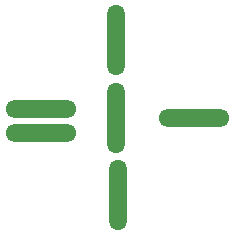
<source format=gbp>
G04 Layer: BottomPasteMaskLayer*
G04 EasyEDA v6.5.40, 2024-06-15 17:03:23*
G04 e63031535b224d068feaf967c7116de5,10*
G04 Gerber Generator version 0.2*
G04 Scale: 100 percent, Rotated: No, Reflected: No *
G04 Dimensions in millimeters *
G04 leading zeros omitted , absolute positions ,4 integer and 5 decimal *
%FSLAX45Y45*%
%MOMM*%

%ADD10O,1.499997X5.999988*%
%ADD11O,5.999988X1.499997*%

%LPD*%
D10*
G01*
X6146800Y6159500D03*
D11*
G01*
X5511800Y6235700D03*
G01*
X6807200Y6159500D03*
D10*
G01*
X6159500Y5511800D03*
D11*
G01*
X5511800Y6032500D03*
D10*
G01*
X6146800Y6819900D03*
M02*

</source>
